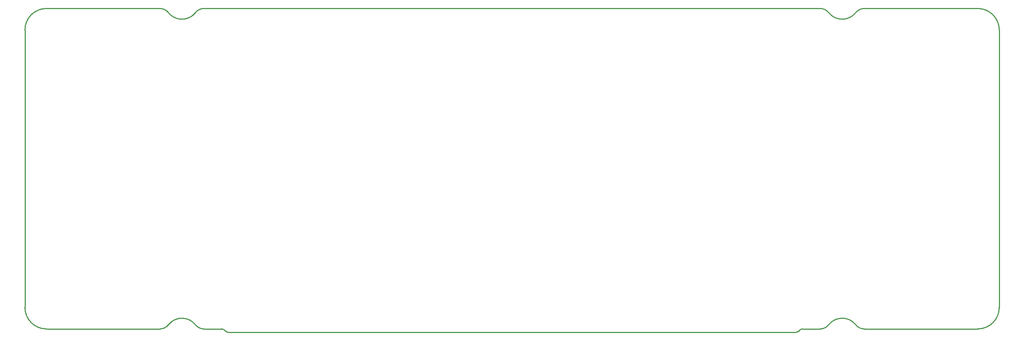
<source format=gbr>
%TF.GenerationSoftware,KiCad,Pcbnew,7.99.0-unknown-e01ef0a38d~172~ubuntu23.04.1*%
%TF.CreationDate,2023-10-19T19:27:51-04:00*%
%TF.ProjectId,Koneko40Ortho,4b6f6e65-6b6f-4343-904f-7274686f2e6b,rev?*%
%TF.SameCoordinates,Original*%
%TF.FileFunction,Profile,NP*%
%FSLAX46Y46*%
G04 Gerber Fmt 4.6, Leading zero omitted, Abs format (unit mm)*
G04 Created by KiCad (PCBNEW 7.99.0-unknown-e01ef0a38d~172~ubuntu23.04.1) date 2023-10-19 19:27:51*
%MOMM*%
%LPD*%
G01*
G04 APERTURE LIST*
%TA.AperFunction,Profile*%
%ADD10C,0.250000*%
%TD*%
G04 APERTURE END LIST*
D10*
X225879592Y-101872837D02*
G75*
G02*
X232185408Y-101872837I3152908J-2461537D01*
G01*
X232185408Y-29095913D02*
G75*
G02*
X225879592Y-29095913I-3152908J2461537D01*
G01*
X71979592Y-101872837D02*
G75*
G02*
X78285408Y-101872837I3152908J-2461537D01*
G01*
X70009025Y-28134375D02*
G75*
G02*
X71979586Y-29095918I75J-2499825D01*
G01*
X265632500Y-97834375D02*
X265632500Y-33134375D01*
X232185409Y-29095913D02*
G75*
G02*
X234155975Y-28134408I1970391J-1538187D01*
G01*
X223909025Y-28134375D02*
G75*
G02*
X225879613Y-29095897I-125J-2500325D01*
G01*
X225879592Y-101872837D02*
G75*
G02*
X223909025Y-102834404I-1970592J1538437D01*
G01*
X219089607Y-103127268D02*
X218875393Y-103341482D01*
X219796714Y-102834375D02*
X223909025Y-102834375D01*
X80255975Y-102834375D02*
X84368286Y-102834375D01*
X38532500Y-33134375D02*
G75*
G02*
X43532500Y-28134370I4999990J15D01*
G01*
X70009025Y-28134375D02*
X43532500Y-28134375D01*
X84368286Y-102834375D02*
G75*
G02*
X85075384Y-103127277I14J-999925D01*
G01*
X85996714Y-103634375D02*
X218168286Y-103634375D01*
X223909025Y-28134375D02*
X80255975Y-28134375D01*
X234155975Y-102834375D02*
G75*
G02*
X232185402Y-101872841I125J2500275D01*
G01*
X265632500Y-97834375D02*
G75*
G02*
X260632500Y-102834400I-5000100J75D01*
G01*
X71979592Y-101872837D02*
G75*
G02*
X70009025Y-102834406I-1970692J1538637D01*
G01*
X234155975Y-102834375D02*
X260632500Y-102834375D01*
X218875392Y-103341481D02*
G75*
G02*
X218168286Y-103634372I-707092J707081D01*
G01*
X43532500Y-102834375D02*
G75*
G02*
X38532525Y-97834375I0J4999975D01*
G01*
X260632500Y-28134375D02*
X234155975Y-28134375D01*
X78285409Y-29095913D02*
G75*
G02*
X80255975Y-28134406I1970491J-1538387D01*
G01*
X85996714Y-103634375D02*
G75*
G02*
X85289605Y-103341484I-14J999975D01*
G01*
X85075393Y-103127268D02*
X85289607Y-103341482D01*
X80255975Y-102834375D02*
G75*
G02*
X78285430Y-101872820I-75J2499775D01*
G01*
X38532500Y-33134375D02*
X38532500Y-97834375D01*
X219089607Y-103127268D02*
G75*
G02*
X219796714Y-102834392I707093J-707132D01*
G01*
X78285408Y-29095913D02*
G75*
G02*
X71979592Y-29095913I-3152908J2461537D01*
G01*
X43532500Y-102834375D02*
X70009025Y-102834375D01*
X260632500Y-28134375D02*
G75*
G02*
X265632525Y-33134375I100J-4999925D01*
G01*
M02*

</source>
